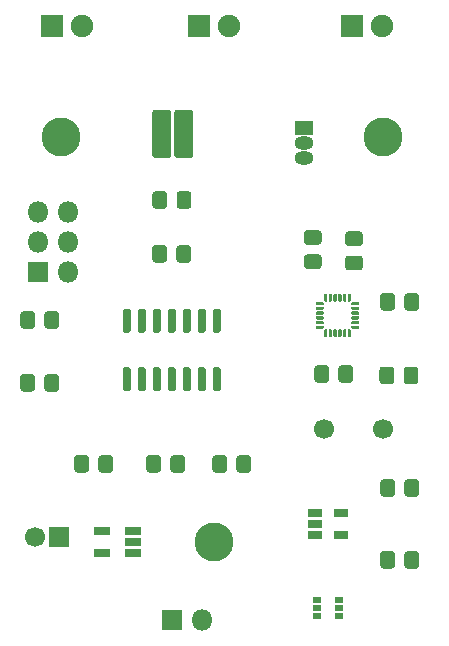
<source format=gbr>
%TF.GenerationSoftware,KiCad,Pcbnew,5.1.6*%
%TF.CreationDate,2020-10-14T19:02:39+02:00*%
%TF.ProjectId,MoCoBiBa_no_charger,4d6f436f-4269-4426-915f-6e6f5f636861,rev?*%
%TF.SameCoordinates,Original*%
%TF.FileFunction,Soldermask,Top*%
%TF.FilePolarity,Negative*%
%FSLAX46Y46*%
G04 Gerber Fmt 4.6, Leading zero omitted, Abs format (unit mm)*
G04 Created by KiCad (PCBNEW 5.1.6) date 2020-10-14 19:02:39*
%MOMM*%
%LPD*%
G01*
G04 APERTURE LIST*
%ADD10C,3.300000*%
%ADD11C,1.700000*%
%ADD12R,1.700000X1.700000*%
%ADD13R,1.900000X1.900000*%
%ADD14C,1.900000*%
%ADD15R,1.800000X1.800000*%
%ADD16O,1.800000X1.800000*%
%ADD17R,0.750000X0.500000*%
%ADD18O,1.600000X1.150000*%
%ADD19R,1.600000X1.150000*%
%ADD20R,1.160000X0.750000*%
%ADD21R,1.320000X0.750000*%
G04 APERTURE END LIST*
D10*
%TO.C,H3*%
X70104000Y-71120000D03*
%TD*%
%TO.C,H2*%
X57150000Y-36830000D03*
%TD*%
%TO.C,H1*%
X84455000Y-36830000D03*
%TD*%
%TO.C,R12*%
G36*
G01*
X81500238Y-46882000D02*
X82456762Y-46882000D01*
G75*
G02*
X82728500Y-47153738I0J-271738D01*
G01*
X82728500Y-47860262D01*
G75*
G02*
X82456762Y-48132000I-271738J0D01*
G01*
X81500238Y-48132000D01*
G75*
G02*
X81228500Y-47860262I0J271738D01*
G01*
X81228500Y-47153738D01*
G75*
G02*
X81500238Y-46882000I271738J0D01*
G01*
G37*
G36*
G01*
X81500238Y-44832000D02*
X82456762Y-44832000D01*
G75*
G02*
X82728500Y-45103738I0J-271738D01*
G01*
X82728500Y-45810262D01*
G75*
G02*
X82456762Y-46082000I-271738J0D01*
G01*
X81500238Y-46082000D01*
G75*
G02*
X81228500Y-45810262I0J271738D01*
G01*
X81228500Y-45103738D01*
G75*
G02*
X81500238Y-44832000I271738J0D01*
G01*
G37*
%TD*%
%TO.C,R11*%
G36*
G01*
X78007738Y-46770000D02*
X78964262Y-46770000D01*
G75*
G02*
X79236000Y-47041738I0J-271738D01*
G01*
X79236000Y-47748262D01*
G75*
G02*
X78964262Y-48020000I-271738J0D01*
G01*
X78007738Y-48020000D01*
G75*
G02*
X77736000Y-47748262I0J271738D01*
G01*
X77736000Y-47041738D01*
G75*
G02*
X78007738Y-46770000I271738J0D01*
G01*
G37*
G36*
G01*
X78007738Y-44720000D02*
X78964262Y-44720000D01*
G75*
G02*
X79236000Y-44991738I0J-271738D01*
G01*
X79236000Y-45698262D01*
G75*
G02*
X78964262Y-45970000I-271738J0D01*
G01*
X78007738Y-45970000D01*
G75*
G02*
X77736000Y-45698262I0J271738D01*
G01*
X77736000Y-44991738D01*
G75*
G02*
X78007738Y-44720000I271738J0D01*
G01*
G37*
%TD*%
%TO.C,U2*%
G36*
G01*
X70183000Y-56314000D02*
X70533000Y-56314000D01*
G75*
G02*
X70708000Y-56489000I0J-175000D01*
G01*
X70708000Y-58189000D01*
G75*
G02*
X70533000Y-58364000I-175000J0D01*
G01*
X70183000Y-58364000D01*
G75*
G02*
X70008000Y-58189000I0J175000D01*
G01*
X70008000Y-56489000D01*
G75*
G02*
X70183000Y-56314000I175000J0D01*
G01*
G37*
G36*
G01*
X68913000Y-56314000D02*
X69263000Y-56314000D01*
G75*
G02*
X69438000Y-56489000I0J-175000D01*
G01*
X69438000Y-58189000D01*
G75*
G02*
X69263000Y-58364000I-175000J0D01*
G01*
X68913000Y-58364000D01*
G75*
G02*
X68738000Y-58189000I0J175000D01*
G01*
X68738000Y-56489000D01*
G75*
G02*
X68913000Y-56314000I175000J0D01*
G01*
G37*
G36*
G01*
X67643000Y-56314000D02*
X67993000Y-56314000D01*
G75*
G02*
X68168000Y-56489000I0J-175000D01*
G01*
X68168000Y-58189000D01*
G75*
G02*
X67993000Y-58364000I-175000J0D01*
G01*
X67643000Y-58364000D01*
G75*
G02*
X67468000Y-58189000I0J175000D01*
G01*
X67468000Y-56489000D01*
G75*
G02*
X67643000Y-56314000I175000J0D01*
G01*
G37*
G36*
G01*
X66373000Y-56314000D02*
X66723000Y-56314000D01*
G75*
G02*
X66898000Y-56489000I0J-175000D01*
G01*
X66898000Y-58189000D01*
G75*
G02*
X66723000Y-58364000I-175000J0D01*
G01*
X66373000Y-58364000D01*
G75*
G02*
X66198000Y-58189000I0J175000D01*
G01*
X66198000Y-56489000D01*
G75*
G02*
X66373000Y-56314000I175000J0D01*
G01*
G37*
G36*
G01*
X65103000Y-56314000D02*
X65453000Y-56314000D01*
G75*
G02*
X65628000Y-56489000I0J-175000D01*
G01*
X65628000Y-58189000D01*
G75*
G02*
X65453000Y-58364000I-175000J0D01*
G01*
X65103000Y-58364000D01*
G75*
G02*
X64928000Y-58189000I0J175000D01*
G01*
X64928000Y-56489000D01*
G75*
G02*
X65103000Y-56314000I175000J0D01*
G01*
G37*
G36*
G01*
X63833000Y-56314000D02*
X64183000Y-56314000D01*
G75*
G02*
X64358000Y-56489000I0J-175000D01*
G01*
X64358000Y-58189000D01*
G75*
G02*
X64183000Y-58364000I-175000J0D01*
G01*
X63833000Y-58364000D01*
G75*
G02*
X63658000Y-58189000I0J175000D01*
G01*
X63658000Y-56489000D01*
G75*
G02*
X63833000Y-56314000I175000J0D01*
G01*
G37*
G36*
G01*
X62563000Y-56314000D02*
X62913000Y-56314000D01*
G75*
G02*
X63088000Y-56489000I0J-175000D01*
G01*
X63088000Y-58189000D01*
G75*
G02*
X62913000Y-58364000I-175000J0D01*
G01*
X62563000Y-58364000D01*
G75*
G02*
X62388000Y-58189000I0J175000D01*
G01*
X62388000Y-56489000D01*
G75*
G02*
X62563000Y-56314000I175000J0D01*
G01*
G37*
G36*
G01*
X62563000Y-51364000D02*
X62913000Y-51364000D01*
G75*
G02*
X63088000Y-51539000I0J-175000D01*
G01*
X63088000Y-53239000D01*
G75*
G02*
X62913000Y-53414000I-175000J0D01*
G01*
X62563000Y-53414000D01*
G75*
G02*
X62388000Y-53239000I0J175000D01*
G01*
X62388000Y-51539000D01*
G75*
G02*
X62563000Y-51364000I175000J0D01*
G01*
G37*
G36*
G01*
X63833000Y-51364000D02*
X64183000Y-51364000D01*
G75*
G02*
X64358000Y-51539000I0J-175000D01*
G01*
X64358000Y-53239000D01*
G75*
G02*
X64183000Y-53414000I-175000J0D01*
G01*
X63833000Y-53414000D01*
G75*
G02*
X63658000Y-53239000I0J175000D01*
G01*
X63658000Y-51539000D01*
G75*
G02*
X63833000Y-51364000I175000J0D01*
G01*
G37*
G36*
G01*
X65103000Y-51364000D02*
X65453000Y-51364000D01*
G75*
G02*
X65628000Y-51539000I0J-175000D01*
G01*
X65628000Y-53239000D01*
G75*
G02*
X65453000Y-53414000I-175000J0D01*
G01*
X65103000Y-53414000D01*
G75*
G02*
X64928000Y-53239000I0J175000D01*
G01*
X64928000Y-51539000D01*
G75*
G02*
X65103000Y-51364000I175000J0D01*
G01*
G37*
G36*
G01*
X66373000Y-51364000D02*
X66723000Y-51364000D01*
G75*
G02*
X66898000Y-51539000I0J-175000D01*
G01*
X66898000Y-53239000D01*
G75*
G02*
X66723000Y-53414000I-175000J0D01*
G01*
X66373000Y-53414000D01*
G75*
G02*
X66198000Y-53239000I0J175000D01*
G01*
X66198000Y-51539000D01*
G75*
G02*
X66373000Y-51364000I175000J0D01*
G01*
G37*
G36*
G01*
X67643000Y-51364000D02*
X67993000Y-51364000D01*
G75*
G02*
X68168000Y-51539000I0J-175000D01*
G01*
X68168000Y-53239000D01*
G75*
G02*
X67993000Y-53414000I-175000J0D01*
G01*
X67643000Y-53414000D01*
G75*
G02*
X67468000Y-53239000I0J175000D01*
G01*
X67468000Y-51539000D01*
G75*
G02*
X67643000Y-51364000I175000J0D01*
G01*
G37*
G36*
G01*
X68913000Y-51364000D02*
X69263000Y-51364000D01*
G75*
G02*
X69438000Y-51539000I0J-175000D01*
G01*
X69438000Y-53239000D01*
G75*
G02*
X69263000Y-53414000I-175000J0D01*
G01*
X68913000Y-53414000D01*
G75*
G02*
X68738000Y-53239000I0J175000D01*
G01*
X68738000Y-51539000D01*
G75*
G02*
X68913000Y-51364000I175000J0D01*
G01*
G37*
G36*
G01*
X70183000Y-51364000D02*
X70533000Y-51364000D01*
G75*
G02*
X70708000Y-51539000I0J-175000D01*
G01*
X70708000Y-53239000D01*
G75*
G02*
X70533000Y-53414000I-175000J0D01*
G01*
X70183000Y-53414000D01*
G75*
G02*
X70008000Y-53239000I0J175000D01*
G01*
X70008000Y-51539000D01*
G75*
G02*
X70183000Y-51364000I175000J0D01*
G01*
G37*
%TD*%
%TO.C,C2*%
G36*
G01*
X84202000Y-67026262D02*
X84202000Y-66069738D01*
G75*
G02*
X84473738Y-65798000I271738J0D01*
G01*
X85180262Y-65798000D01*
G75*
G02*
X85452000Y-66069738I0J-271738D01*
G01*
X85452000Y-67026262D01*
G75*
G02*
X85180262Y-67298000I-271738J0D01*
G01*
X84473738Y-67298000D01*
G75*
G02*
X84202000Y-67026262I0J271738D01*
G01*
G37*
G36*
G01*
X86252000Y-67026262D02*
X86252000Y-66069738D01*
G75*
G02*
X86523738Y-65798000I271738J0D01*
G01*
X87230262Y-65798000D01*
G75*
G02*
X87502000Y-66069738I0J-271738D01*
G01*
X87502000Y-67026262D01*
G75*
G02*
X87230262Y-67298000I-271738J0D01*
G01*
X86523738Y-67298000D01*
G75*
G02*
X86252000Y-67026262I0J271738D01*
G01*
G37*
%TD*%
D11*
%TO.C,C3*%
X79438500Y-61531500D03*
X84438500Y-61531500D03*
%TD*%
%TO.C,C4*%
G36*
G01*
X86179500Y-57501262D02*
X86179500Y-56544738D01*
G75*
G02*
X86451238Y-56273000I271738J0D01*
G01*
X87157762Y-56273000D01*
G75*
G02*
X87429500Y-56544738I0J-271738D01*
G01*
X87429500Y-57501262D01*
G75*
G02*
X87157762Y-57773000I-271738J0D01*
G01*
X86451238Y-57773000D01*
G75*
G02*
X86179500Y-57501262I0J271738D01*
G01*
G37*
G36*
G01*
X84129500Y-57501262D02*
X84129500Y-56544738D01*
G75*
G02*
X84401238Y-56273000I271738J0D01*
G01*
X85107762Y-56273000D01*
G75*
G02*
X85379500Y-56544738I0J-271738D01*
G01*
X85379500Y-57501262D01*
G75*
G02*
X85107762Y-57773000I-271738J0D01*
G01*
X84401238Y-57773000D01*
G75*
G02*
X84129500Y-57501262I0J271738D01*
G01*
G37*
%TD*%
D12*
%TO.C,C5*%
X56959500Y-70739000D03*
D11*
X54959500Y-70739000D03*
%TD*%
%TO.C,C6*%
G36*
G01*
X84193000Y-51278262D02*
X84193000Y-50321738D01*
G75*
G02*
X84464738Y-50050000I271738J0D01*
G01*
X85171262Y-50050000D01*
G75*
G02*
X85443000Y-50321738I0J-271738D01*
G01*
X85443000Y-51278262D01*
G75*
G02*
X85171262Y-51550000I-271738J0D01*
G01*
X84464738Y-51550000D01*
G75*
G02*
X84193000Y-51278262I0J271738D01*
G01*
G37*
G36*
G01*
X86243000Y-51278262D02*
X86243000Y-50321738D01*
G75*
G02*
X86514738Y-50050000I271738J0D01*
G01*
X87221262Y-50050000D01*
G75*
G02*
X87493000Y-50321738I0J-271738D01*
G01*
X87493000Y-51278262D01*
G75*
G02*
X87221262Y-51550000I-271738J0D01*
G01*
X86514738Y-51550000D01*
G75*
G02*
X86243000Y-51278262I0J271738D01*
G01*
G37*
%TD*%
D13*
%TO.C,D2*%
X56388000Y-27432000D03*
D14*
X58928000Y-27432000D03*
%TD*%
%TO.C,D3*%
X71374000Y-27432000D03*
D13*
X68834000Y-27432000D03*
%TD*%
%TO.C,D4*%
X81788000Y-27432000D03*
D14*
X84328000Y-27432000D03*
%TD*%
D15*
%TO.C,J2*%
X66548000Y-77724000D03*
D16*
X69088000Y-77724000D03*
%TD*%
D15*
%TO.C,J3*%
X55245000Y-48260000D03*
D16*
X57785000Y-48260000D03*
X55245000Y-45720000D03*
X57785000Y-45720000D03*
X55245000Y-43180000D03*
X57785000Y-43180000D03*
%TD*%
%TO.C,L1*%
G36*
G01*
X61585000Y-64037738D02*
X61585000Y-64994262D01*
G75*
G02*
X61313262Y-65266000I-271738J0D01*
G01*
X60606738Y-65266000D01*
G75*
G02*
X60335000Y-64994262I0J271738D01*
G01*
X60335000Y-64037738D01*
G75*
G02*
X60606738Y-63766000I271738J0D01*
G01*
X61313262Y-63766000D01*
G75*
G02*
X61585000Y-64037738I0J-271738D01*
G01*
G37*
G36*
G01*
X59535000Y-64037738D02*
X59535000Y-64994262D01*
G75*
G02*
X59263262Y-65266000I-271738J0D01*
G01*
X58556738Y-65266000D01*
G75*
G02*
X58285000Y-64994262I0J271738D01*
G01*
X58285000Y-64037738D01*
G75*
G02*
X58556738Y-63766000I271738J0D01*
G01*
X59263262Y-63766000D01*
G75*
G02*
X59535000Y-64037738I0J-271738D01*
G01*
G37*
%TD*%
D17*
%TO.C,Q1*%
X80706000Y-77358000D03*
X80706000Y-76058000D03*
X78806000Y-76708000D03*
X80706000Y-76708000D03*
X78806000Y-76058000D03*
X78806000Y-77358000D03*
%TD*%
D18*
%TO.C,Q2*%
X77724000Y-37338000D03*
X77724000Y-38608000D03*
D19*
X77724000Y-36068000D03*
%TD*%
%TO.C,R1*%
G36*
G01*
X86243000Y-73122262D02*
X86243000Y-72165738D01*
G75*
G02*
X86514738Y-71894000I271738J0D01*
G01*
X87221262Y-71894000D01*
G75*
G02*
X87493000Y-72165738I0J-271738D01*
G01*
X87493000Y-73122262D01*
G75*
G02*
X87221262Y-73394000I-271738J0D01*
G01*
X86514738Y-73394000D01*
G75*
G02*
X86243000Y-73122262I0J271738D01*
G01*
G37*
G36*
G01*
X84193000Y-73122262D02*
X84193000Y-72165738D01*
G75*
G02*
X84464738Y-71894000I271738J0D01*
G01*
X85171262Y-71894000D01*
G75*
G02*
X85443000Y-72165738I0J-271738D01*
G01*
X85443000Y-73122262D01*
G75*
G02*
X85171262Y-73394000I-271738J0D01*
G01*
X84464738Y-73394000D01*
G75*
G02*
X84193000Y-73122262I0J271738D01*
G01*
G37*
%TD*%
%TO.C,R4*%
G36*
G01*
X54963000Y-57179738D02*
X54963000Y-58136262D01*
G75*
G02*
X54691262Y-58408000I-271738J0D01*
G01*
X53984738Y-58408000D01*
G75*
G02*
X53713000Y-58136262I0J271738D01*
G01*
X53713000Y-57179738D01*
G75*
G02*
X53984738Y-56908000I271738J0D01*
G01*
X54691262Y-56908000D01*
G75*
G02*
X54963000Y-57179738I0J-271738D01*
G01*
G37*
G36*
G01*
X57013000Y-57179738D02*
X57013000Y-58136262D01*
G75*
G02*
X56741262Y-58408000I-271738J0D01*
G01*
X56034738Y-58408000D01*
G75*
G02*
X55763000Y-58136262I0J271738D01*
G01*
X55763000Y-57179738D01*
G75*
G02*
X56034738Y-56908000I271738J0D01*
G01*
X56741262Y-56908000D01*
G75*
G02*
X57013000Y-57179738I0J-271738D01*
G01*
G37*
%TD*%
%TO.C,R5*%
G36*
G01*
X57022000Y-51845738D02*
X57022000Y-52802262D01*
G75*
G02*
X56750262Y-53074000I-271738J0D01*
G01*
X56043738Y-53074000D01*
G75*
G02*
X55772000Y-52802262I0J271738D01*
G01*
X55772000Y-51845738D01*
G75*
G02*
X56043738Y-51574000I271738J0D01*
G01*
X56750262Y-51574000D01*
G75*
G02*
X57022000Y-51845738I0J-271738D01*
G01*
G37*
G36*
G01*
X54972000Y-51845738D02*
X54972000Y-52802262D01*
G75*
G02*
X54700262Y-53074000I-271738J0D01*
G01*
X53993738Y-53074000D01*
G75*
G02*
X53722000Y-52802262I0J271738D01*
G01*
X53722000Y-51845738D01*
G75*
G02*
X53993738Y-51574000I271738J0D01*
G01*
X54700262Y-51574000D01*
G75*
G02*
X54972000Y-51845738I0J-271738D01*
G01*
G37*
%TD*%
%TO.C,R6*%
G36*
G01*
X73278000Y-64037738D02*
X73278000Y-64994262D01*
G75*
G02*
X73006262Y-65266000I-271738J0D01*
G01*
X72299738Y-65266000D01*
G75*
G02*
X72028000Y-64994262I0J271738D01*
G01*
X72028000Y-64037738D01*
G75*
G02*
X72299738Y-63766000I271738J0D01*
G01*
X73006262Y-63766000D01*
G75*
G02*
X73278000Y-64037738I0J-271738D01*
G01*
G37*
G36*
G01*
X71228000Y-64037738D02*
X71228000Y-64994262D01*
G75*
G02*
X70956262Y-65266000I-271738J0D01*
G01*
X70249738Y-65266000D01*
G75*
G02*
X69978000Y-64994262I0J271738D01*
G01*
X69978000Y-64037738D01*
G75*
G02*
X70249738Y-63766000I271738J0D01*
G01*
X70956262Y-63766000D01*
G75*
G02*
X71228000Y-64037738I0J-271738D01*
G01*
G37*
%TD*%
%TO.C,R7*%
G36*
G01*
X64889000Y-47214262D02*
X64889000Y-46257738D01*
G75*
G02*
X65160738Y-45986000I271738J0D01*
G01*
X65867262Y-45986000D01*
G75*
G02*
X66139000Y-46257738I0J-271738D01*
G01*
X66139000Y-47214262D01*
G75*
G02*
X65867262Y-47486000I-271738J0D01*
G01*
X65160738Y-47486000D01*
G75*
G02*
X64889000Y-47214262I0J271738D01*
G01*
G37*
G36*
G01*
X66939000Y-47214262D02*
X66939000Y-46257738D01*
G75*
G02*
X67210738Y-45986000I271738J0D01*
G01*
X67917262Y-45986000D01*
G75*
G02*
X68189000Y-46257738I0J-271738D01*
G01*
X68189000Y-47214262D01*
G75*
G02*
X67917262Y-47486000I-271738J0D01*
G01*
X67210738Y-47486000D01*
G75*
G02*
X66939000Y-47214262I0J271738D01*
G01*
G37*
%TD*%
%TO.C,R8*%
G36*
G01*
X66957000Y-42642262D02*
X66957000Y-41685738D01*
G75*
G02*
X67228738Y-41414000I271738J0D01*
G01*
X67935262Y-41414000D01*
G75*
G02*
X68207000Y-41685738I0J-271738D01*
G01*
X68207000Y-42642262D01*
G75*
G02*
X67935262Y-42914000I-271738J0D01*
G01*
X67228738Y-42914000D01*
G75*
G02*
X66957000Y-42642262I0J271738D01*
G01*
G37*
G36*
G01*
X64907000Y-42642262D02*
X64907000Y-41685738D01*
G75*
G02*
X65178738Y-41414000I271738J0D01*
G01*
X65885262Y-41414000D01*
G75*
G02*
X66157000Y-41685738I0J-271738D01*
G01*
X66157000Y-42642262D01*
G75*
G02*
X65885262Y-42914000I-271738J0D01*
G01*
X65178738Y-42914000D01*
G75*
G02*
X64907000Y-42642262I0J271738D01*
G01*
G37*
%TD*%
%TO.C,R9*%
G36*
G01*
X64876500Y-38359608D02*
X64876500Y-34792392D01*
G75*
G02*
X65142892Y-34526000I266392J0D01*
G01*
X66235108Y-34526000D01*
G75*
G02*
X66501500Y-34792392I0J-266392D01*
G01*
X66501500Y-38359608D01*
G75*
G02*
X66235108Y-38626000I-266392J0D01*
G01*
X65142892Y-38626000D01*
G75*
G02*
X64876500Y-38359608I0J266392D01*
G01*
G37*
G36*
G01*
X66751500Y-38359608D02*
X66751500Y-34792392D01*
G75*
G02*
X67017892Y-34526000I266392J0D01*
G01*
X68110108Y-34526000D01*
G75*
G02*
X68376500Y-34792392I0J-266392D01*
G01*
X68376500Y-38359608D01*
G75*
G02*
X68110108Y-38626000I-266392J0D01*
G01*
X67017892Y-38626000D01*
G75*
G02*
X66751500Y-38359608I0J266392D01*
G01*
G37*
%TD*%
%TO.C,R10*%
G36*
G01*
X66431000Y-64994262D02*
X66431000Y-64037738D01*
G75*
G02*
X66702738Y-63766000I271738J0D01*
G01*
X67409262Y-63766000D01*
G75*
G02*
X67681000Y-64037738I0J-271738D01*
G01*
X67681000Y-64994262D01*
G75*
G02*
X67409262Y-65266000I-271738J0D01*
G01*
X66702738Y-65266000D01*
G75*
G02*
X66431000Y-64994262I0J271738D01*
G01*
G37*
G36*
G01*
X64381000Y-64994262D02*
X64381000Y-64037738D01*
G75*
G02*
X64652738Y-63766000I271738J0D01*
G01*
X65359262Y-63766000D01*
G75*
G02*
X65631000Y-64037738I0J-271738D01*
G01*
X65631000Y-64994262D01*
G75*
G02*
X65359262Y-65266000I-271738J0D01*
G01*
X64652738Y-65266000D01*
G75*
G02*
X64381000Y-64994262I0J271738D01*
G01*
G37*
%TD*%
%TO.C,R13*%
G36*
G01*
X78614000Y-57374262D02*
X78614000Y-56417738D01*
G75*
G02*
X78885738Y-56146000I271738J0D01*
G01*
X79592262Y-56146000D01*
G75*
G02*
X79864000Y-56417738I0J-271738D01*
G01*
X79864000Y-57374262D01*
G75*
G02*
X79592262Y-57646000I-271738J0D01*
G01*
X78885738Y-57646000D01*
G75*
G02*
X78614000Y-57374262I0J271738D01*
G01*
G37*
G36*
G01*
X80664000Y-57374262D02*
X80664000Y-56417738D01*
G75*
G02*
X80935738Y-56146000I271738J0D01*
G01*
X81642262Y-56146000D01*
G75*
G02*
X81914000Y-56417738I0J-271738D01*
G01*
X81914000Y-57374262D01*
G75*
G02*
X81642262Y-57646000I-271738J0D01*
G01*
X80935738Y-57646000D01*
G75*
G02*
X80664000Y-57374262I0J271738D01*
G01*
G37*
%TD*%
D20*
%TO.C,U3*%
X78656000Y-68646000D03*
X78656000Y-69596000D03*
X78656000Y-70546000D03*
X80856000Y-70546000D03*
X80856000Y-68646000D03*
%TD*%
D21*
%TO.C,U4*%
X63286000Y-72070000D03*
X63286000Y-71120000D03*
X63286000Y-70170000D03*
X60666000Y-70170000D03*
X60666000Y-72070000D03*
%TD*%
%TO.C,U5*%
G36*
G01*
X78756500Y-51018000D02*
X78756500Y-50868000D01*
G75*
G02*
X78831500Y-50793000I75000J0D01*
G01*
X79331500Y-50793000D01*
G75*
G02*
X79406500Y-50868000I0J-75000D01*
G01*
X79406500Y-51018000D01*
G75*
G02*
X79331500Y-51093000I-75000J0D01*
G01*
X78831500Y-51093000D01*
G75*
G02*
X78756500Y-51018000I0J75000D01*
G01*
G37*
G36*
G01*
X78756500Y-51418000D02*
X78756500Y-51268000D01*
G75*
G02*
X78831500Y-51193000I75000J0D01*
G01*
X79331500Y-51193000D01*
G75*
G02*
X79406500Y-51268000I0J-75000D01*
G01*
X79406500Y-51418000D01*
G75*
G02*
X79331500Y-51493000I-75000J0D01*
G01*
X78831500Y-51493000D01*
G75*
G02*
X78756500Y-51418000I0J75000D01*
G01*
G37*
G36*
G01*
X78756500Y-51818000D02*
X78756500Y-51668000D01*
G75*
G02*
X78831500Y-51593000I75000J0D01*
G01*
X79331500Y-51593000D01*
G75*
G02*
X79406500Y-51668000I0J-75000D01*
G01*
X79406500Y-51818000D01*
G75*
G02*
X79331500Y-51893000I-75000J0D01*
G01*
X78831500Y-51893000D01*
G75*
G02*
X78756500Y-51818000I0J75000D01*
G01*
G37*
G36*
G01*
X78756500Y-52218000D02*
X78756500Y-52068000D01*
G75*
G02*
X78831500Y-51993000I75000J0D01*
G01*
X79331500Y-51993000D01*
G75*
G02*
X79406500Y-52068000I0J-75000D01*
G01*
X79406500Y-52218000D01*
G75*
G02*
X79331500Y-52293000I-75000J0D01*
G01*
X78831500Y-52293000D01*
G75*
G02*
X78756500Y-52218000I0J75000D01*
G01*
G37*
G36*
G01*
X78756500Y-52618000D02*
X78756500Y-52468000D01*
G75*
G02*
X78831500Y-52393000I75000J0D01*
G01*
X79331500Y-52393000D01*
G75*
G02*
X79406500Y-52468000I0J-75000D01*
G01*
X79406500Y-52618000D01*
G75*
G02*
X79331500Y-52693000I-75000J0D01*
G01*
X78831500Y-52693000D01*
G75*
G02*
X78756500Y-52618000I0J75000D01*
G01*
G37*
G36*
G01*
X78756500Y-53018000D02*
X78756500Y-52868000D01*
G75*
G02*
X78831500Y-52793000I75000J0D01*
G01*
X79331500Y-52793000D01*
G75*
G02*
X79406500Y-52868000I0J-75000D01*
G01*
X79406500Y-53018000D01*
G75*
G02*
X79331500Y-53093000I-75000J0D01*
G01*
X78831500Y-53093000D01*
G75*
G02*
X78756500Y-53018000I0J75000D01*
G01*
G37*
G36*
G01*
X79656500Y-53768000D02*
X79506500Y-53768000D01*
G75*
G02*
X79431500Y-53693000I0J75000D01*
G01*
X79431500Y-53193000D01*
G75*
G02*
X79506500Y-53118000I75000J0D01*
G01*
X79656500Y-53118000D01*
G75*
G02*
X79731500Y-53193000I0J-75000D01*
G01*
X79731500Y-53693000D01*
G75*
G02*
X79656500Y-53768000I-75000J0D01*
G01*
G37*
G36*
G01*
X80056500Y-53768000D02*
X79906500Y-53768000D01*
G75*
G02*
X79831500Y-53693000I0J75000D01*
G01*
X79831500Y-53193000D01*
G75*
G02*
X79906500Y-53118000I75000J0D01*
G01*
X80056500Y-53118000D01*
G75*
G02*
X80131500Y-53193000I0J-75000D01*
G01*
X80131500Y-53693000D01*
G75*
G02*
X80056500Y-53768000I-75000J0D01*
G01*
G37*
G36*
G01*
X80456500Y-53768000D02*
X80306500Y-53768000D01*
G75*
G02*
X80231500Y-53693000I0J75000D01*
G01*
X80231500Y-53193000D01*
G75*
G02*
X80306500Y-53118000I75000J0D01*
G01*
X80456500Y-53118000D01*
G75*
G02*
X80531500Y-53193000I0J-75000D01*
G01*
X80531500Y-53693000D01*
G75*
G02*
X80456500Y-53768000I-75000J0D01*
G01*
G37*
G36*
G01*
X80856500Y-53768000D02*
X80706500Y-53768000D01*
G75*
G02*
X80631500Y-53693000I0J75000D01*
G01*
X80631500Y-53193000D01*
G75*
G02*
X80706500Y-53118000I75000J0D01*
G01*
X80856500Y-53118000D01*
G75*
G02*
X80931500Y-53193000I0J-75000D01*
G01*
X80931500Y-53693000D01*
G75*
G02*
X80856500Y-53768000I-75000J0D01*
G01*
G37*
G36*
G01*
X81256500Y-53768000D02*
X81106500Y-53768000D01*
G75*
G02*
X81031500Y-53693000I0J75000D01*
G01*
X81031500Y-53193000D01*
G75*
G02*
X81106500Y-53118000I75000J0D01*
G01*
X81256500Y-53118000D01*
G75*
G02*
X81331500Y-53193000I0J-75000D01*
G01*
X81331500Y-53693000D01*
G75*
G02*
X81256500Y-53768000I-75000J0D01*
G01*
G37*
G36*
G01*
X81656500Y-53768000D02*
X81506500Y-53768000D01*
G75*
G02*
X81431500Y-53693000I0J75000D01*
G01*
X81431500Y-53193000D01*
G75*
G02*
X81506500Y-53118000I75000J0D01*
G01*
X81656500Y-53118000D01*
G75*
G02*
X81731500Y-53193000I0J-75000D01*
G01*
X81731500Y-53693000D01*
G75*
G02*
X81656500Y-53768000I-75000J0D01*
G01*
G37*
G36*
G01*
X81756500Y-53018000D02*
X81756500Y-52868000D01*
G75*
G02*
X81831500Y-52793000I75000J0D01*
G01*
X82331500Y-52793000D01*
G75*
G02*
X82406500Y-52868000I0J-75000D01*
G01*
X82406500Y-53018000D01*
G75*
G02*
X82331500Y-53093000I-75000J0D01*
G01*
X81831500Y-53093000D01*
G75*
G02*
X81756500Y-53018000I0J75000D01*
G01*
G37*
G36*
G01*
X81756500Y-52618000D02*
X81756500Y-52468000D01*
G75*
G02*
X81831500Y-52393000I75000J0D01*
G01*
X82331500Y-52393000D01*
G75*
G02*
X82406500Y-52468000I0J-75000D01*
G01*
X82406500Y-52618000D01*
G75*
G02*
X82331500Y-52693000I-75000J0D01*
G01*
X81831500Y-52693000D01*
G75*
G02*
X81756500Y-52618000I0J75000D01*
G01*
G37*
G36*
G01*
X81756500Y-52218000D02*
X81756500Y-52068000D01*
G75*
G02*
X81831500Y-51993000I75000J0D01*
G01*
X82331500Y-51993000D01*
G75*
G02*
X82406500Y-52068000I0J-75000D01*
G01*
X82406500Y-52218000D01*
G75*
G02*
X82331500Y-52293000I-75000J0D01*
G01*
X81831500Y-52293000D01*
G75*
G02*
X81756500Y-52218000I0J75000D01*
G01*
G37*
G36*
G01*
X81756500Y-51818000D02*
X81756500Y-51668000D01*
G75*
G02*
X81831500Y-51593000I75000J0D01*
G01*
X82331500Y-51593000D01*
G75*
G02*
X82406500Y-51668000I0J-75000D01*
G01*
X82406500Y-51818000D01*
G75*
G02*
X82331500Y-51893000I-75000J0D01*
G01*
X81831500Y-51893000D01*
G75*
G02*
X81756500Y-51818000I0J75000D01*
G01*
G37*
G36*
G01*
X81756500Y-51418000D02*
X81756500Y-51268000D01*
G75*
G02*
X81831500Y-51193000I75000J0D01*
G01*
X82331500Y-51193000D01*
G75*
G02*
X82406500Y-51268000I0J-75000D01*
G01*
X82406500Y-51418000D01*
G75*
G02*
X82331500Y-51493000I-75000J0D01*
G01*
X81831500Y-51493000D01*
G75*
G02*
X81756500Y-51418000I0J75000D01*
G01*
G37*
G36*
G01*
X81756500Y-51018000D02*
X81756500Y-50868000D01*
G75*
G02*
X81831500Y-50793000I75000J0D01*
G01*
X82331500Y-50793000D01*
G75*
G02*
X82406500Y-50868000I0J-75000D01*
G01*
X82406500Y-51018000D01*
G75*
G02*
X82331500Y-51093000I-75000J0D01*
G01*
X81831500Y-51093000D01*
G75*
G02*
X81756500Y-51018000I0J75000D01*
G01*
G37*
G36*
G01*
X81656500Y-50768000D02*
X81506500Y-50768000D01*
G75*
G02*
X81431500Y-50693000I0J75000D01*
G01*
X81431500Y-50193000D01*
G75*
G02*
X81506500Y-50118000I75000J0D01*
G01*
X81656500Y-50118000D01*
G75*
G02*
X81731500Y-50193000I0J-75000D01*
G01*
X81731500Y-50693000D01*
G75*
G02*
X81656500Y-50768000I-75000J0D01*
G01*
G37*
G36*
G01*
X81256500Y-50768000D02*
X81106500Y-50768000D01*
G75*
G02*
X81031500Y-50693000I0J75000D01*
G01*
X81031500Y-50193000D01*
G75*
G02*
X81106500Y-50118000I75000J0D01*
G01*
X81256500Y-50118000D01*
G75*
G02*
X81331500Y-50193000I0J-75000D01*
G01*
X81331500Y-50693000D01*
G75*
G02*
X81256500Y-50768000I-75000J0D01*
G01*
G37*
G36*
G01*
X80856500Y-50768000D02*
X80706500Y-50768000D01*
G75*
G02*
X80631500Y-50693000I0J75000D01*
G01*
X80631500Y-50193000D01*
G75*
G02*
X80706500Y-50118000I75000J0D01*
G01*
X80856500Y-50118000D01*
G75*
G02*
X80931500Y-50193000I0J-75000D01*
G01*
X80931500Y-50693000D01*
G75*
G02*
X80856500Y-50768000I-75000J0D01*
G01*
G37*
G36*
G01*
X80456500Y-50768000D02*
X80306500Y-50768000D01*
G75*
G02*
X80231500Y-50693000I0J75000D01*
G01*
X80231500Y-50193000D01*
G75*
G02*
X80306500Y-50118000I75000J0D01*
G01*
X80456500Y-50118000D01*
G75*
G02*
X80531500Y-50193000I0J-75000D01*
G01*
X80531500Y-50693000D01*
G75*
G02*
X80456500Y-50768000I-75000J0D01*
G01*
G37*
G36*
G01*
X80056500Y-50768000D02*
X79906500Y-50768000D01*
G75*
G02*
X79831500Y-50693000I0J75000D01*
G01*
X79831500Y-50193000D01*
G75*
G02*
X79906500Y-50118000I75000J0D01*
G01*
X80056500Y-50118000D01*
G75*
G02*
X80131500Y-50193000I0J-75000D01*
G01*
X80131500Y-50693000D01*
G75*
G02*
X80056500Y-50768000I-75000J0D01*
G01*
G37*
G36*
G01*
X79656500Y-50768000D02*
X79506500Y-50768000D01*
G75*
G02*
X79431500Y-50693000I0J75000D01*
G01*
X79431500Y-50193000D01*
G75*
G02*
X79506500Y-50118000I75000J0D01*
G01*
X79656500Y-50118000D01*
G75*
G02*
X79731500Y-50193000I0J-75000D01*
G01*
X79731500Y-50693000D01*
G75*
G02*
X79656500Y-50768000I-75000J0D01*
G01*
G37*
%TD*%
M02*

</source>
